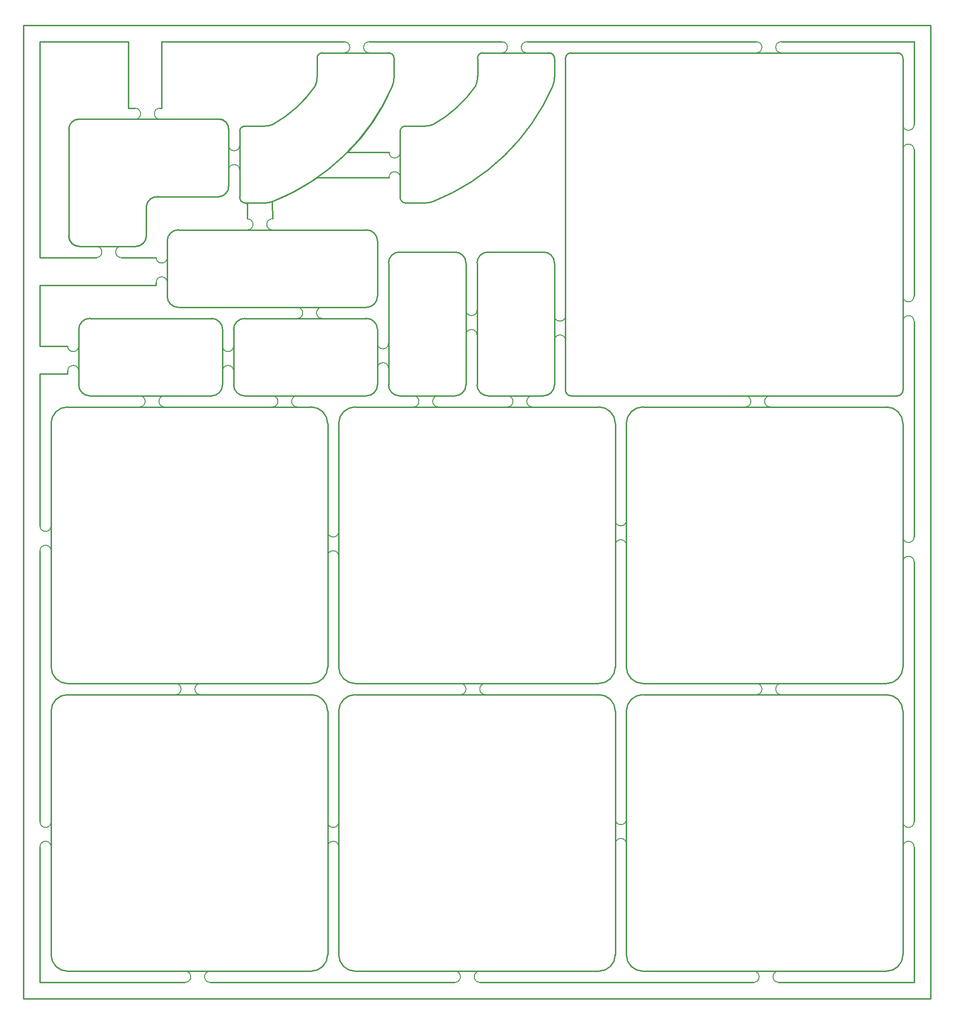
<source format=gko>
G04 Layer_Color=16711935*
%FSLAX44Y44*%
%MOMM*%
G71*
G01*
G75*
%ADD32C,0.2540*%
%ADD41C,0.2000*%
D32*
X586000Y1530000D02*
G03*
X666500Y1649000I-250114J255923D01*
G01*
X81940Y1379330D02*
G03*
X100940Y1360330I19000J0D01*
G01*
X100440Y1590330D02*
G03*
X82190Y1572080I0J-18250D01*
G01*
X371190Y1571830D02*
G03*
X353440Y1590580I-18250J500D01*
G01*
Y1450080D02*
G03*
X371190Y1470080I-1125J18875D01*
G01*
X243940Y1450080D02*
G03*
X222190Y1432330I-2000J-19750D01*
G01*
X203440Y1360330D02*
G03*
X222190Y1379330I-125J18875D01*
G01*
X670000Y1700000D02*
G03*
X660000Y1710000I-10000J0D01*
G01*
X540000D02*
G03*
X531000Y1700000I500J-9500D01*
G01*
X527500Y1650000D02*
G03*
X531000Y1667500I-37000J16500D01*
G01*
X435000Y1577500D02*
G03*
X450827Y1580459I-144J44576D01*
G01*
Y1580459D02*
G03*
X527500Y1650000I-110725J199119D01*
G01*
X400000Y1577500D02*
G03*
X391000Y1567500I500J-9500D01*
G01*
Y1450000D02*
G03*
X400500Y1438532I10484J-984D01*
G01*
X666500Y1649000D02*
G03*
X670000Y1666500I-37000J16500D01*
G01*
X449926Y1440939D02*
G03*
X532016Y1484976I-143610J366233D01*
G01*
X741327Y1441491D02*
G03*
X956500Y1649000I-145011J365681D01*
G01*
X725500Y1438532D02*
G03*
X741327Y1441491I-144J44576D01*
G01*
X956500Y1649000D02*
G03*
X960000Y1666500I-37000J16500D01*
G01*
X681000Y1450000D02*
G03*
X690500Y1438532I10484J-984D01*
G01*
X690000Y1577500D02*
G03*
X681000Y1567500I500J-9500D01*
G01*
X740827Y1580459D02*
G03*
X817500Y1650000I-110725J199119D01*
G01*
X725000Y1577500D02*
G03*
X740827Y1580459I-144J44576D01*
G01*
X817500Y1650000D02*
G03*
X821000Y1667500I-37000J16500D01*
G01*
X830000Y1710000D02*
G03*
X821000Y1700000I500J-9500D01*
G01*
X960000D02*
G03*
X950000Y1710000I-10000J0D01*
G01*
X820000Y1110000D02*
G03*
X840000Y1090000I20000J0D01*
G01*
X940000D02*
G03*
X960000Y1110000I0J20000D01*
G01*
X840000Y1350000D02*
G03*
X820000Y1330000I0J-20000D01*
G01*
X960000D02*
G03*
X940000Y1350000I-20000J0D01*
G01*
X660000Y1110000D02*
G03*
X680000Y1090000I20000J0D01*
G01*
X780000D02*
G03*
X800000Y1110000I0J20000D01*
G01*
X680000Y1350000D02*
G03*
X660000Y1330000I0J-20000D01*
G01*
X800000D02*
G03*
X780000Y1350000I-20000J0D01*
G01*
X120000Y1230000D02*
G03*
X100000Y1210000I0J-20000D01*
G01*
Y1110000D02*
G03*
X120000Y1090000I20000J0D01*
G01*
X360000Y1210000D02*
G03*
X340000Y1230000I-20000J0D01*
G01*
Y1090000D02*
G03*
X360000Y1110000I0J20000D01*
G01*
X400000Y1230000D02*
G03*
X380000Y1210000I0J-20000D01*
G01*
Y1110000D02*
G03*
X400000Y1090000I20000J0D01*
G01*
X640000Y1210000D02*
G03*
X620000Y1230000I-20000J0D01*
G01*
Y1090000D02*
G03*
X640000Y1110000I0J20000D01*
G01*
X280000Y1390000D02*
G03*
X260000Y1370000I0J-20000D01*
G01*
Y1270000D02*
G03*
X280000Y1250000I20000J0D01*
G01*
X620000D02*
G03*
X640000Y1270000I0J20000D01*
G01*
Y1370000D02*
G03*
X620000Y1390000I-20000J0D01*
G01*
X1580000Y1090000D02*
G03*
X1590000Y1100000I0J10000D01*
G01*
X980000Y1100000D02*
G03*
X990000Y1090000I10000J0D01*
G01*
X1590000Y1700000D02*
G03*
X1580000Y1710000I-10000J0D01*
G01*
X990000D02*
G03*
X980000Y1700000I0J-10000D01*
G01*
X80000Y1070000D02*
G03*
X50000Y1040000I0J-30000D01*
G01*
X550000D02*
G03*
X520000Y1070000I-30000J0D01*
G01*
Y570000D02*
G03*
X550000Y600000I0J30000D01*
G01*
X50000D02*
G03*
X80000Y570000I30000J0D01*
G01*
X600000Y1070000D02*
G03*
X570000Y1040000I0J-30000D01*
G01*
X1070000D02*
G03*
X1040000Y1070000I-30000J0D01*
G01*
Y570000D02*
G03*
X1070000Y600000I0J30000D01*
G01*
X570000D02*
G03*
X600000Y570000I30000J0D01*
G01*
X1120000Y1070000D02*
G03*
X1090000Y1040000I0J-30000D01*
G01*
X1590000D02*
G03*
X1560000Y1070000I-30000J0D01*
G01*
Y570000D02*
G03*
X1590000Y600000I0J30000D01*
G01*
X1090000D02*
G03*
X1120000Y570000I30000J0D01*
G01*
X1090000Y80000D02*
G03*
X1120000Y50000I30000J0D01*
G01*
X1560000D02*
G03*
X1590000Y80000I0J30000D01*
G01*
Y520000D02*
G03*
X1560000Y550000I-30000J0D01*
G01*
X1120000D02*
G03*
X1090000Y520000I0J-30000D01*
G01*
X570000Y80000D02*
G03*
X600000Y50000I30000J0D01*
G01*
X1040000D02*
G03*
X1070000Y80000I0J30000D01*
G01*
Y520000D02*
G03*
X1040000Y550000I-30000J0D01*
G01*
X600000D02*
G03*
X570000Y520000I0J-30000D01*
G01*
X50000Y80000D02*
G03*
X80000Y50000I30000J0D01*
G01*
X520000D02*
G03*
X550000Y80000I0J30000D01*
G01*
Y520000D02*
G03*
X520000Y550000I-30000J0D01*
G01*
X80000D02*
G03*
X50000Y520000I0J-30000D01*
G01*
X532000Y1485000D02*
X661000Y1485000D01*
X586000Y1530000D02*
X661000D01*
X450000Y1390000D02*
X620000D01*
X30000Y1340000D02*
X131750Y1340000D01*
X176750D02*
X240000Y1340000D01*
X30000Y1290000D02*
X80000D01*
X30000Y1180000D02*
Y1290000D01*
Y1180000D02*
X80000D01*
X449926Y1440939D02*
X450000Y1410000D01*
X400500Y1438532D02*
X405000Y1438250D01*
X405000Y1410000D02*
X405000Y1438250D01*
X30000Y1340000D02*
Y1730000D01*
X190000D01*
Y1610000D02*
Y1730000D01*
Y1610000D02*
X201750D01*
X250000Y1730000D02*
X580000D01*
X250000Y1610000D02*
Y1730000D01*
X246750Y1610000D02*
X250000D01*
X371000Y1543000D02*
X371190Y1571830D01*
X390988Y1567500D02*
X391000Y1543000D01*
Y1450000D02*
Y1498000D01*
X371000D02*
X371190Y1470080D01*
X100940Y1360330D02*
X131750Y1360000D01*
X176750D02*
X203440Y1360330D01*
X246750Y1590000D02*
X353440Y1590580D01*
X100440Y1590330D02*
X201750Y1590000D01*
X280000Y1390000D02*
X405000D01*
X681000Y1450000D02*
Y1485000D01*
Y1530000D02*
Y1567500D01*
X910000Y1730000D02*
X1325000Y1730000D01*
X625000D02*
X865000Y1730000D01*
X830000Y1710000D02*
X865000Y1710000D01*
X910000D02*
X950000Y1710000D01*
X540000Y1710000D02*
X580000Y1710000D01*
X625000D02*
X660000Y1710000D01*
X260000Y1370000D02*
X260000Y1340000D01*
X260000Y1270000D02*
X260000Y1295000D01*
X240000D02*
X240000Y1290000D01*
X80000D02*
X240000D01*
X100000Y1180000D02*
Y1210000D01*
Y1110000D02*
Y1135000D01*
X80000Y1130000D02*
Y1135000D01*
X30000Y1130000D02*
X80000D01*
X30000Y855000D02*
Y1130000D01*
X990000Y1710000D02*
X1325000Y1710000D01*
X1370000D02*
X1580000Y1710000D01*
X1370000Y1730000D02*
X1610000D01*
X1590000Y1580000D02*
X1590000Y1700000D01*
X1610000Y1580000D02*
Y1730000D01*
Y1270000D02*
Y1535000D01*
X1590000Y1270000D02*
Y1535000D01*
Y1100000D02*
Y1225000D01*
Y600000D02*
Y790000D01*
Y835000D02*
Y1040000D01*
X1610000Y835000D02*
Y1225000D01*
X495000Y1070000D02*
X520000Y1070000D01*
X50000Y810000D02*
X50000Y600000D01*
X50000Y855000D02*
X50000Y1040000D01*
X80000Y1070000D02*
X210000Y1070000D01*
X255000D02*
X450000D01*
X550000Y845000D02*
X550000Y1040000D01*
X550000Y800000D02*
X550000Y600000D01*
X750000Y1090000D02*
X780000Y1090000D01*
X750000Y1070000D02*
X875000D01*
X920000D02*
X1040000Y1070000D01*
X570000Y800000D02*
X570000Y600000D01*
X570000Y845000D02*
X570000Y1040000D01*
X600000Y1070000D02*
X705000Y1070000D01*
X840000Y1090000D02*
X875000Y1090000D01*
X920000D02*
X940000Y1090000D01*
X820000Y1110000D02*
X820000Y1200000D01*
X820000Y1330000D02*
X820000Y1245000D01*
X800000D02*
Y1330000D01*
Y1110000D02*
Y1200000D01*
X660000Y1330000D02*
X660000Y1185000D01*
X495000Y1090000D02*
X620000Y1090000D01*
X680000D02*
X705000Y1090000D01*
X660000Y1110000D02*
X660000Y1140000D01*
X640000Y1110000D02*
Y1140000D01*
Y1185000D02*
Y1210000D01*
X540000Y1250000D02*
X620000Y1250000D01*
X540000Y1230000D02*
X620000Y1230000D01*
X280000Y1250000D02*
X495000Y1250000D01*
X400000Y1230000D02*
X495000Y1230000D01*
X360000Y1180000D02*
Y1210000D01*
X380000Y1180000D02*
Y1210000D01*
X400000Y1090000D02*
X450000Y1090000D01*
X360000Y1110000D02*
Y1135000D01*
X380000Y1110000D02*
Y1120000D01*
Y1135000D01*
X120000Y1090000D02*
X210000Y1090000D01*
X255000D02*
X340000Y1090000D01*
X980000Y1235000D02*
X980000Y1700000D01*
X960000Y1235000D02*
X960000Y1330000D01*
X980000Y1190000D02*
X980000Y1100000D01*
X960000Y1190000D02*
X960000Y1110000D01*
X990000Y1090000D02*
X1305000D01*
X1120000Y1070000D02*
X1305000Y1070000D01*
X1350000Y1090000D02*
X1580000Y1090000D01*
X1350000Y1070000D02*
X1560000Y1070000D01*
X1070000Y865000D02*
X1070000Y1040000D01*
X1090000Y865000D02*
Y1040000D01*
X1070000Y820000D02*
X1070000Y600000D01*
X1090000D02*
Y820000D01*
X1120000Y570000D02*
X1325000Y570000D01*
X1120000Y550000D02*
X1325000Y550000D01*
X1370000Y570000D02*
X1560000Y570000D01*
X1370000Y550000D02*
X1560000Y550000D01*
X1590000Y320000D02*
Y520000D01*
X1610000Y320000D02*
Y790000D01*
X1590000Y80000D02*
Y275000D01*
X1610000Y30000D02*
Y275000D01*
X1365000Y50000D02*
X1560000Y50000D01*
X1365000Y30000D02*
X1610000D01*
X825000Y50000D02*
X1040000Y50000D01*
X825000Y30000D02*
X1320000D01*
X1120000Y50000D02*
X1320000Y50000D01*
X1070000Y325000D02*
Y520000D01*
X1090000Y325000D02*
Y520000D01*
Y80000D02*
Y280000D01*
X1070000D02*
X1070000Y80000D01*
X30000Y320000D02*
Y810000D01*
X80000Y570000D02*
X275000Y570000D01*
X320000D02*
X520000Y570000D01*
X570000Y320000D02*
X570000Y520000D01*
X550000Y320000D02*
X550000Y520000D01*
X570000Y275000D02*
X570000Y80000D01*
X600000Y50000D02*
X780000Y50000D01*
X337500Y30000D02*
X780000D01*
X30000D02*
Y275000D01*
X50000D02*
X50000Y80000D01*
X50000Y320000D02*
X50000Y520000D01*
X80000Y550000D02*
X275000Y550000D01*
X320000D02*
X520000Y550000D01*
X550000Y275000D02*
X550000Y80000D01*
X337500Y50000D02*
X520000Y50000D01*
X30000Y30000D02*
X292500D01*
X80000Y50000D02*
X292500Y50000D01*
X222190Y1379330D02*
Y1432330D01*
X243940Y1450080D02*
X353440D01*
X81940Y1379330D02*
X82190Y1572080D01*
X531000Y1667500D02*
Y1700000D01*
X400000Y1577500D02*
X435000D01*
X670000Y1666500D02*
Y1700000D01*
X690500Y1438532D02*
X725500D01*
X960000Y1666500D02*
Y1700000D01*
X690000Y1577500D02*
X725000D01*
X821000Y1667500D02*
Y1700000D01*
X840000Y1350000D02*
X940000D01*
X680000D02*
X780000D01*
X120000Y1230000D02*
X340000D01*
X640000Y1270000D02*
Y1370000D01*
X0Y0D02*
Y1760000D01*
X1640000D01*
Y0D02*
Y1760000D01*
X0Y0D02*
X1640000D01*
X600000Y570000D02*
X790000Y570000D01*
X600000Y550000D02*
X790000Y550000D01*
X835000Y570000D02*
X1040000Y570000D01*
X835000Y550000D02*
X1040000Y550000D01*
X81750Y1379000D02*
G03*
X100750Y1360000I19000J0D01*
G01*
X100250Y1590000D02*
G03*
X82000Y1571750I0J-18250D01*
G01*
X371000Y1571500D02*
G03*
X353250Y1590250I-18250J500D01*
G01*
Y1449750D02*
G03*
X371000Y1469750I-1125J18875D01*
G01*
X243750Y1449750D02*
G03*
X222000Y1432000I-2000J-19750D01*
G01*
X203250Y1360000D02*
G03*
X222000Y1379000I-125J18875D01*
G01*
X100750Y1360000D02*
X203250D01*
X222000Y1379000D02*
Y1432000D01*
X243750Y1449750D02*
X353250D01*
X371000Y1469750D02*
Y1571500D01*
X100250Y1590000D02*
X353250Y1590250D01*
X81750Y1379000D02*
X82000Y1571750D01*
X669988Y1700000D02*
G03*
X659988Y1710000I-10000J0D01*
G01*
X539988D02*
G03*
X530988Y1700000I500J-9500D01*
G01*
X527488Y1650000D02*
G03*
X530988Y1667500I-37000J16500D01*
G01*
X434988Y1577500D02*
G03*
X450815Y1580459I-144J44576D01*
G01*
Y1580459D02*
G03*
X527488Y1650000I-110725J199119D01*
G01*
X399988Y1577500D02*
G03*
X390988Y1567500I500J-9500D01*
G01*
Y1450000D02*
G03*
X400488Y1438532I10484J-984D01*
G01*
X666488Y1649000D02*
G03*
X669988Y1666500I-37000J16500D01*
G01*
X435488Y1438532D02*
G03*
X451315Y1441491I-144J44576D01*
G01*
Y1441491D02*
G03*
X666488Y1649000I-145011J365681D01*
G01*
X659988Y1710000D02*
X539988D01*
X530988Y1700000D02*
Y1667500D01*
X434988Y1577500D02*
X399988D01*
X390988Y1567500D02*
Y1450000D01*
X669988Y1700000D02*
Y1666500D01*
X435488Y1438532D02*
X400488D01*
X959988Y1700000D02*
G03*
X949988Y1710000I-10000J0D01*
G01*
X829988D02*
G03*
X820988Y1700000I500J-9500D01*
G01*
X817488Y1650000D02*
G03*
X820988Y1667500I-37000J16500D01*
G01*
X724988Y1577500D02*
G03*
X740815Y1580459I-144J44576D01*
G01*
Y1580459D02*
G03*
X817488Y1650000I-110725J199119D01*
G01*
X689988Y1577500D02*
G03*
X680988Y1567500I500J-9500D01*
G01*
Y1450000D02*
G03*
X690488Y1438532I10484J-984D01*
G01*
X956488Y1649000D02*
G03*
X959988Y1666500I-37000J16500D01*
G01*
X725488Y1438532D02*
G03*
X741315Y1441491I-144J44576D01*
G01*
Y1441491D02*
G03*
X956488Y1649000I-145011J365681D01*
G01*
X949988Y1710000D02*
X829988D01*
X820988Y1700000D02*
Y1667500D01*
X724988Y1577500D02*
X689988D01*
X680988Y1567500D02*
Y1450000D01*
X959988Y1700000D02*
Y1666500D01*
X725488Y1438532D02*
X690488D01*
X640000Y1370000D02*
G03*
X620000Y1390000I-20000J0D01*
G01*
Y1250000D02*
G03*
X640000Y1270000I0J20000D01*
G01*
X260000D02*
G03*
X280000Y1250000I20000J0D01*
G01*
Y1390000D02*
G03*
X260000Y1370000I0J-20000D01*
G01*
X620000Y1390000D02*
X280000D01*
X640000Y1370000D02*
Y1270000D01*
X620000Y1250000D02*
X280000D01*
X260000Y1370000D02*
Y1270000D01*
X1580000Y1090000D02*
G03*
X1590000Y1100000I0J10000D01*
G01*
X980000Y1100000D02*
G03*
X990000Y1090000I10000J0D01*
G01*
X1590000Y1700000D02*
G03*
X1580000Y1710000I-10000J0D01*
G01*
X990000D02*
G03*
X980000Y1700000I0J-10000D01*
G01*
X990000Y1090000D02*
X1580000D01*
X1590000Y1100000D02*
Y1700000D01*
X980000Y1100000D02*
Y1700000D01*
X990000Y1710000D02*
X1580000D01*
X800000Y1330000D02*
G03*
X780000Y1350000I-20000J0D01*
G01*
X680000D02*
G03*
X660000Y1330000I0J-20000D01*
G01*
X780000Y1090000D02*
G03*
X800000Y1110000I0J20000D01*
G01*
X660000D02*
G03*
X680000Y1090000I20000J0D01*
G01*
X800000Y1110000D02*
Y1330000D01*
X780000Y1350000D02*
X680000D01*
X660000Y1110000D02*
Y1330000D01*
X780000Y1090000D02*
X680000D01*
X120000Y1230000D02*
G03*
X100000Y1210000I0J-20000D01*
G01*
Y1110000D02*
G03*
X120000Y1090000I20000J0D01*
G01*
X360000Y1210000D02*
G03*
X340000Y1230000I-20000J0D01*
G01*
Y1090000D02*
G03*
X360000Y1110000I0J20000D01*
G01*
X340000Y1230000D02*
X120000D01*
X100000Y1210000D02*
Y1110000D01*
X340000Y1090000D02*
X120000D01*
X360000Y1210000D02*
Y1110000D01*
X400000Y1230000D02*
G03*
X380000Y1210000I0J-20000D01*
G01*
Y1110000D02*
G03*
X400000Y1090000I20000J0D01*
G01*
X640000Y1210000D02*
G03*
X620000Y1230000I-20000J0D01*
G01*
Y1090000D02*
G03*
X640000Y1110000I0J20000D01*
G01*
X620000Y1230000D02*
X400000D01*
X380000Y1210000D02*
Y1110000D01*
X620000Y1090000D02*
X400000D01*
X640000Y1210000D02*
Y1110000D01*
X960000Y1330000D02*
G03*
X940000Y1350000I-20000J0D01*
G01*
X840000D02*
G03*
X820000Y1330000I0J-20000D01*
G01*
X940000Y1090000D02*
G03*
X960000Y1110000I0J20000D01*
G01*
X820000D02*
G03*
X840000Y1090000I20000J0D01*
G01*
X960000Y1110000D02*
Y1330000D01*
X940000Y1350000D02*
X840000D01*
X820000Y1110000D02*
Y1330000D01*
X940000Y1090000D02*
X840000D01*
X50000Y600000D02*
G03*
X80000Y570000I30000J0D01*
G01*
Y1070000D02*
G03*
X50000Y1040000I0J-30000D01*
G01*
X550000D02*
G03*
X520000Y1070000I-30000J0D01*
G01*
Y570000D02*
G03*
X550000Y600000I0J30000D01*
G01*
X50000D02*
X50000Y1040000D01*
X80000Y1070000D02*
X520000Y1070000D01*
Y570000D02*
X80000Y570000D01*
X550000Y600000D02*
X550000Y1040000D01*
X570000Y600000D02*
G03*
X600000Y570000I30000J0D01*
G01*
Y1070000D02*
G03*
X570000Y1040000I0J-30000D01*
G01*
X1070000D02*
G03*
X1040000Y1070000I-30000J0D01*
G01*
Y570000D02*
G03*
X1070000Y600000I0J30000D01*
G01*
X570000D02*
X570000Y1040000D01*
X600000Y1070000D02*
X1040000Y1070000D01*
Y570000D02*
X600000Y570000D01*
X1070000Y600000D02*
X1070000Y1040000D01*
X1560000Y570000D02*
G03*
X1590000Y600000I0J30000D01*
G01*
Y1040000D02*
G03*
X1560000Y1070000I-30000J0D01*
G01*
X1120000D02*
G03*
X1090000Y1040000I0J-30000D01*
G01*
Y600000D02*
G03*
X1120000Y570000I30000J0D01*
G01*
X1590000Y1040000D02*
X1590000Y600000D01*
X1120000Y1070000D02*
X1560000Y1070000D01*
X1090000Y600000D02*
X1090000Y1040000D01*
X1120000Y570000D02*
X1560000Y570000D01*
X1560000Y50000D02*
G03*
X1590000Y80000I0J30000D01*
G01*
Y520000D02*
G03*
X1560000Y550000I-30000J0D01*
G01*
X1120000D02*
G03*
X1090000Y520000I0J-30000D01*
G01*
Y80000D02*
G03*
X1120000Y50000I30000J0D01*
G01*
X1590000Y520000D02*
X1590000Y80000D01*
X1120000Y550000D02*
X1560000Y550000D01*
X1090000Y80000D02*
X1090000Y520000D01*
X1120000Y50000D02*
X1560000Y50000D01*
X570000Y80000D02*
G03*
X600000Y50000I30000J0D01*
G01*
Y550000D02*
G03*
X570000Y520000I0J-30000D01*
G01*
X1070000D02*
G03*
X1040000Y550000I-30000J0D01*
G01*
Y50000D02*
G03*
X1070000Y80000I0J30000D01*
G01*
X600000Y50000D02*
X1040000Y50000D01*
X570000Y80000D02*
X570000Y520000D01*
X600000Y550000D02*
X1040000Y550000D01*
X1070000Y520000D02*
X1070000Y80000D01*
X80000Y550000D02*
G03*
X50000Y520000I0J-30000D01*
G01*
X550000D02*
G03*
X520000Y550000I-30000J0D01*
G01*
Y50000D02*
G03*
X550000Y80000I0J30000D01*
G01*
X50000D02*
G03*
X80000Y50000I30000J0D01*
G01*
X550000Y520000D02*
X550000Y80000D01*
X80000Y50000D02*
X520000Y50000D01*
X50000Y80000D02*
X50000Y520000D01*
X80000Y550000D02*
X520000Y550000D01*
D41*
X240000Y1340000D02*
G03*
X260000Y1340000I10000J0D01*
G01*
X391000Y1498000D02*
G03*
X371000Y1498000I-10000J0D01*
G01*
Y1543000D02*
G03*
X391000Y1543000I10000J0D01*
G01*
X661000Y1530000D02*
G03*
X681000Y1530000I10000J0D01*
G01*
X405000Y1390000D02*
G03*
X405000Y1410000I0J10000D01*
G01*
X450000D02*
G03*
X450000Y1390000I0J-10000D01*
G01*
X681000Y1485000D02*
G03*
X661000Y1485000I-10000J0D01*
G01*
X865000Y1710000D02*
G03*
X865000Y1730000I0J10000D01*
G01*
X910000D02*
G03*
X910000Y1710000I0J-10000D01*
G01*
X625000Y1730000D02*
G03*
X625000Y1710000I0J-10000D01*
G01*
X580000D02*
G03*
X580000Y1730000I0J10000D01*
G01*
X246750Y1610000D02*
G03*
X246750Y1590000I0J-10000D01*
G01*
X201750D02*
G03*
X201750Y1610000I0J10000D01*
G01*
X176750Y1360000D02*
G03*
X176750Y1340000I0J-10000D01*
G01*
X131750D02*
G03*
X131750Y1360000I0J10000D01*
G01*
X260000Y1295000D02*
G03*
X240000Y1295000I-10000J0D01*
G01*
X100000Y1135000D02*
G03*
X80000Y1135000I-10000J0D01*
G01*
Y1180000D02*
G03*
X100000Y1180000I10000J0D01*
G01*
X1370000Y1730000D02*
G03*
X1370000Y1710000I0J-10000D01*
G01*
X1325000D02*
G03*
X1325000Y1730000I0J10000D01*
G01*
X50000Y810000D02*
G03*
X30000Y810000I-10000J0D01*
G01*
Y855000D02*
G03*
X50000Y855000I10000J0D01*
G01*
X570000Y800000D02*
G03*
X550000Y800000I-10000J0D01*
G01*
Y845000D02*
G03*
X570000Y845000I10000J0D01*
G01*
X210000Y1070000D02*
G03*
X210000Y1090000I0J10000D01*
G01*
X255000D02*
G03*
X255000Y1070000I0J-10000D01*
G01*
X450000D02*
G03*
X450000Y1090000I0J10000D01*
G01*
X495000D02*
G03*
X495000Y1070000I0J-10000D01*
G01*
X360000Y1180000D02*
G03*
X380000Y1180000I10000J0D01*
G01*
Y1135000D02*
G03*
X360000Y1135000I-10000J0D01*
G01*
X540000Y1250000D02*
G03*
X540000Y1230000I0J-10000D01*
G01*
X495000D02*
G03*
X495000Y1250000I0J10000D01*
G01*
X920000Y1090000D02*
G03*
X920000Y1070000I0J-10000D01*
G01*
X875000D02*
G03*
X875000Y1090000I0J10000D01*
G01*
X750000D02*
G03*
X750000Y1070000I0J-10000D01*
G01*
X705000D02*
G03*
X705000Y1090000I0J10000D01*
G01*
X660000Y1140000D02*
G03*
X640000Y1140000I-10000J0D01*
G01*
Y1185000D02*
G03*
X660000Y1185000I10000J0D01*
G01*
X820000Y1200000D02*
G03*
X800000Y1200000I-10000J0D01*
G01*
Y1245000D02*
G03*
X820000Y1245000I10000J0D01*
G01*
X980000Y1190000D02*
G03*
X960000Y1190000I-10000J0D01*
G01*
Y1235000D02*
G03*
X980000Y1235000I10000J0D01*
G01*
X1590000Y1580000D02*
G03*
X1610000Y1580000I10000J0D01*
G01*
Y1535000D02*
G03*
X1590000Y1535000I-10000J0D01*
G01*
Y1270000D02*
G03*
X1610000Y1270000I10000J0D01*
G01*
Y1225000D02*
G03*
X1590000Y1225000I-10000J0D01*
G01*
X1350000Y1090000D02*
G03*
X1350000Y1070000I0J-10000D01*
G01*
X1305000D02*
G03*
X1305000Y1090000I0J10000D01*
G01*
X1090000Y820000D02*
G03*
X1070000Y820000I-10000J0D01*
G01*
Y865000D02*
G03*
X1090000Y865000I10000J0D01*
G01*
X1610000Y790000D02*
G03*
X1590000Y790000I-10000J0D01*
G01*
Y835000D02*
G03*
X1610000Y835000I10000J0D01*
G01*
X1320000Y30000D02*
G03*
X1320000Y50000I0J10000D01*
G01*
X1365000D02*
G03*
X1365000Y30000I0J-10000D01*
G01*
X1590000Y320000D02*
G03*
X1610000Y320000I10000J0D01*
G01*
Y275000D02*
G03*
X1590000Y275000I-10000J0D01*
G01*
X1370000Y570000D02*
G03*
X1370000Y550000I0J-10000D01*
G01*
X1325000D02*
G03*
X1325000Y570000I0J10000D01*
G01*
X1090000Y280000D02*
G03*
X1070000Y280000I-10000J0D01*
G01*
Y325000D02*
G03*
X1090000Y325000I10000J0D01*
G01*
X790000Y550000D02*
G03*
X790000Y570000I0J10000D01*
G01*
X835000D02*
G03*
X835000Y550000I0J-10000D01*
G01*
X780000Y30000D02*
G03*
X780000Y50000I0J10000D01*
G01*
X825000D02*
G03*
X825000Y30000I0J-10000D01*
G01*
X550000Y320000D02*
G03*
X570000Y320000I10000J0D01*
G01*
Y275000D02*
G03*
X550000Y275000I-10000J0D01*
G01*
X30000Y320000D02*
G03*
X50000Y320000I10000J0D01*
G01*
Y275000D02*
G03*
X30000Y275000I-10000J0D01*
G01*
X320000Y570000D02*
G03*
X320000Y550000I0J-10000D01*
G01*
X275000D02*
G03*
X275000Y570000I0J10000D01*
G01*
X292500Y30000D02*
G03*
X292500Y50000I0J10000D01*
G01*
X337500D02*
G03*
X337500Y30000I0J-10000D01*
G01*
M02*

</source>
